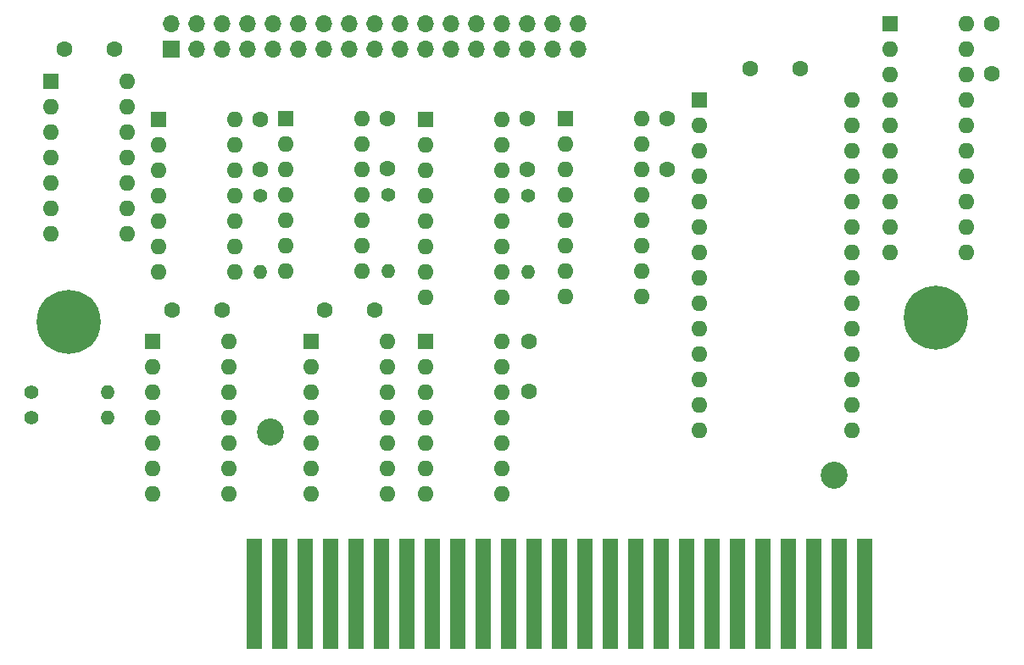
<source format=gbr>
%TF.GenerationSoftware,KiCad,Pcbnew,7.0.9*%
%TF.CreationDate,2024-01-19T22:05:45-03:00*%
%TF.ProjectId,HB720-Cart_dos2,48423732-302d-4436-9172-745f646f7332,V1.0.0*%
%TF.SameCoordinates,Original*%
%TF.FileFunction,Soldermask,Bot*%
%TF.FilePolarity,Negative*%
%FSLAX46Y46*%
G04 Gerber Fmt 4.6, Leading zero omitted, Abs format (unit mm)*
G04 Created by KiCad (PCBNEW 7.0.9) date 2024-01-19 22:05:45*
%MOMM*%
%LPD*%
G01*
G04 APERTURE LIST*
%ADD10R,1.500000X11.000000*%
%ADD11C,1.600000*%
%ADD12R,1.600000X1.600000*%
%ADD13O,1.600000X1.600000*%
%ADD14C,1.400000*%
%ADD15O,1.400000X1.400000*%
%ADD16C,2.700000*%
%ADD17R,1.700000X1.700000*%
%ADD18O,1.700000X1.700000*%
%ADD19C,6.400000*%
G04 APERTURE END LIST*
D10*
%TO.C,P1*%
X182956200Y-126212600D03*
X180416200Y-126212600D03*
X177876200Y-126212600D03*
X175336200Y-126212600D03*
X172796200Y-126212600D03*
X170256200Y-126212600D03*
X167716200Y-126212600D03*
X165176200Y-126212600D03*
X162636200Y-126212600D03*
X160096200Y-126212600D03*
X157556200Y-126212600D03*
X155016200Y-126212600D03*
X152476200Y-126212600D03*
X149936200Y-126212600D03*
X147396200Y-126212600D03*
X144856200Y-126212600D03*
X142316200Y-126212600D03*
X139776200Y-126212600D03*
X137236200Y-126212600D03*
X134696200Y-126212600D03*
X132156200Y-126212600D03*
X129616200Y-126212600D03*
X127076200Y-126212600D03*
X124536200Y-126212600D03*
X121996200Y-126212600D03*
%TD*%
D11*
%TO.C,C7*%
X176500800Y-73660000D03*
X171500800Y-73660000D03*
%TD*%
D12*
%TO.C,U7*%
X166420800Y-76835000D03*
D13*
X166420800Y-79375000D03*
X166420800Y-81915000D03*
X166420800Y-84455000D03*
X166420800Y-86995000D03*
X166420800Y-89535000D03*
X166420800Y-92075000D03*
X166420800Y-94615000D03*
X166420800Y-97155000D03*
X166420800Y-99695000D03*
X166420800Y-102235000D03*
X166420800Y-104775000D03*
X166420800Y-107315000D03*
X166420800Y-109855000D03*
X181660800Y-109855000D03*
X181660800Y-107315000D03*
X181660800Y-104775000D03*
X181660800Y-102235000D03*
X181660800Y-99695000D03*
X181660800Y-97155000D03*
X181660800Y-94615000D03*
X181660800Y-92075000D03*
X181660800Y-89535000D03*
X181660800Y-86995000D03*
X181660800Y-84455000D03*
X181660800Y-81915000D03*
X181660800Y-79375000D03*
X181660800Y-76835000D03*
%TD*%
D14*
%TO.C,R4*%
X99714100Y-106045000D03*
D15*
X107334100Y-106045000D03*
%TD*%
D14*
%TO.C,R1*%
X122605800Y-86360000D03*
D15*
X122605800Y-93980000D03*
%TD*%
D12*
%TO.C,U4*%
X125145800Y-78714600D03*
D13*
X125145800Y-81254600D03*
X125145800Y-83794600D03*
X125145800Y-86334600D03*
X125145800Y-88874600D03*
X125145800Y-91414600D03*
X125145800Y-93954600D03*
X132765800Y-93954600D03*
X132765800Y-91414600D03*
X132765800Y-88874600D03*
X132765800Y-86334600D03*
X132765800Y-83794600D03*
X132765800Y-81254600D03*
X132765800Y-78714600D03*
%TD*%
D11*
%TO.C,C8*%
X118795800Y-97790000D03*
X113795800Y-97790000D03*
%TD*%
D12*
%TO.C,U10*%
X139115800Y-100965000D03*
D13*
X139115800Y-103505000D03*
X139115800Y-106045000D03*
X139115800Y-108585000D03*
X139115800Y-111125000D03*
X139115800Y-113665000D03*
X139115800Y-116205000D03*
X146735800Y-116205000D03*
X146735800Y-113665000D03*
X146735800Y-111125000D03*
X146735800Y-108585000D03*
X146735800Y-106045000D03*
X146735800Y-103505000D03*
X146735800Y-100965000D03*
%TD*%
D11*
%TO.C,C10*%
X149402800Y-100965000D03*
X149402800Y-105965000D03*
%TD*%
D14*
%TO.C,R3*%
X149301200Y-86360000D03*
D15*
X149301200Y-93980000D03*
%TD*%
D16*
%TO.C,HOLE3*%
X179876500Y-114344400D03*
%TD*%
D14*
%TO.C,R5*%
X99720400Y-108585000D03*
D15*
X107340400Y-108585000D03*
%TD*%
D12*
%TO.C,U1*%
X101650800Y-74930000D03*
D13*
X101650800Y-77470000D03*
X101650800Y-80010000D03*
X101650800Y-82550000D03*
X101650800Y-85090000D03*
X101650800Y-87630000D03*
X101650800Y-90170000D03*
X109270800Y-90170000D03*
X109270800Y-87630000D03*
X109270800Y-85090000D03*
X109270800Y-82550000D03*
X109270800Y-80010000D03*
X109270800Y-77470000D03*
X109270800Y-74930000D03*
%TD*%
D12*
%TO.C,U9*%
X127685800Y-100965000D03*
D13*
X127685800Y-103505000D03*
X127685800Y-106045000D03*
X127685800Y-108585000D03*
X127685800Y-111125000D03*
X127685800Y-113665000D03*
X127685800Y-116205000D03*
X135305800Y-116205000D03*
X135305800Y-113665000D03*
X135305800Y-111125000D03*
X135305800Y-108585000D03*
X135305800Y-106045000D03*
X135305800Y-103505000D03*
X135305800Y-100965000D03*
%TD*%
D11*
%TO.C,C5*%
X149275800Y-78729200D03*
X149275800Y-83729200D03*
%TD*%
%TO.C,C1*%
X108000800Y-71755000D03*
X103000800Y-71755000D03*
%TD*%
D12*
%TO.C,U2*%
X185470800Y-69215000D03*
D13*
X185470800Y-71755000D03*
X185470800Y-74295000D03*
X185470800Y-76835000D03*
X185470800Y-79375000D03*
X185470800Y-81915000D03*
X185470800Y-84455000D03*
X185470800Y-86995000D03*
X185470800Y-89535000D03*
X185470800Y-92075000D03*
X193090800Y-92075000D03*
X193090800Y-89535000D03*
X193090800Y-86995000D03*
X193090800Y-84455000D03*
X193090800Y-81915000D03*
X193090800Y-79375000D03*
X193090800Y-76835000D03*
X193090800Y-74295000D03*
X193090800Y-71755000D03*
X193090800Y-69215000D03*
%TD*%
D14*
%TO.C,R2*%
X135325800Y-86345000D03*
D15*
X135325800Y-93965000D03*
%TD*%
D17*
%TO.C,J1*%
X113715800Y-71755000D03*
D18*
X113715800Y-69215000D03*
X116255800Y-71755000D03*
X116255800Y-69215000D03*
X118795800Y-71755000D03*
X118795800Y-69215000D03*
X121335800Y-71755000D03*
X121335800Y-69215000D03*
X123875800Y-71755000D03*
X123875800Y-69215000D03*
X126415800Y-71755000D03*
X126415800Y-69215000D03*
X128955800Y-71755000D03*
X128955800Y-69215000D03*
X131495800Y-71755000D03*
X131495800Y-69215000D03*
X134035800Y-71755000D03*
X134035800Y-69215000D03*
X136575800Y-71755000D03*
X136575800Y-69215000D03*
X139115800Y-71755000D03*
X139115800Y-69215000D03*
X141655800Y-71755000D03*
X141655800Y-69215000D03*
X144195800Y-71755000D03*
X144195800Y-69215000D03*
X146735800Y-71755000D03*
X146735800Y-69215000D03*
X149275800Y-71755000D03*
X149275800Y-69215000D03*
X151815800Y-71755000D03*
X151815800Y-69215000D03*
X154355800Y-71755000D03*
X154355800Y-69215000D03*
%TD*%
D12*
%TO.C,U3*%
X112445800Y-78740000D03*
D13*
X112445800Y-81280000D03*
X112445800Y-83820000D03*
X112445800Y-86360000D03*
X112445800Y-88900000D03*
X112445800Y-91440000D03*
X112445800Y-93980000D03*
X120065800Y-93980000D03*
X120065800Y-91440000D03*
X120065800Y-88900000D03*
X120065800Y-86360000D03*
X120065800Y-83820000D03*
X120065800Y-81280000D03*
X120065800Y-78740000D03*
%TD*%
D12*
%TO.C,U6*%
X153085800Y-78714600D03*
D13*
X153085800Y-81254600D03*
X153085800Y-83794600D03*
X153085800Y-86334600D03*
X153085800Y-88874600D03*
X153085800Y-91414600D03*
X153085800Y-93954600D03*
X153085800Y-96494600D03*
X160705800Y-96494600D03*
X160705800Y-93954600D03*
X160705800Y-91414600D03*
X160705800Y-88874600D03*
X160705800Y-86334600D03*
X160705800Y-83794600D03*
X160705800Y-81254600D03*
X160705800Y-78714600D03*
%TD*%
D11*
%TO.C,C6*%
X163245800Y-78729200D03*
X163245800Y-83729200D03*
%TD*%
%TO.C,C2*%
X195630800Y-69215000D03*
X195630800Y-74215000D03*
%TD*%
D12*
%TO.C,U8*%
X111810800Y-100965000D03*
D13*
X111810800Y-103505000D03*
X111810800Y-106045000D03*
X111810800Y-108585000D03*
X111810800Y-111125000D03*
X111810800Y-113665000D03*
X111810800Y-116205000D03*
X119430800Y-116205000D03*
X119430800Y-113665000D03*
X119430800Y-111125000D03*
X119430800Y-108585000D03*
X119430800Y-106045000D03*
X119430800Y-103505000D03*
X119430800Y-100965000D03*
%TD*%
D16*
%TO.C,HOLE2*%
X123621800Y-109985000D03*
%TD*%
D11*
%TO.C,C4*%
X135300800Y-78705000D03*
X135300800Y-83705000D03*
%TD*%
D19*
%TO.C,HOLE1*%
X103454200Y-99009200D03*
%TD*%
D11*
%TO.C,C3*%
X122605800Y-78740000D03*
X122605800Y-83740000D03*
%TD*%
D12*
%TO.C,U5*%
X139111800Y-78740000D03*
D13*
X139111800Y-81280000D03*
X139111800Y-83820000D03*
X139111800Y-86360000D03*
X139111800Y-88900000D03*
X139111800Y-91440000D03*
X139111800Y-93980000D03*
X139111800Y-96520000D03*
X146731800Y-96520000D03*
X146731800Y-93980000D03*
X146731800Y-91440000D03*
X146731800Y-88900000D03*
X146731800Y-86360000D03*
X146731800Y-83820000D03*
X146731800Y-81280000D03*
X146731800Y-78740000D03*
%TD*%
D11*
%TO.C,C9*%
X134035800Y-97790000D03*
X129035800Y-97790000D03*
%TD*%
D19*
%TO.C,HOLE4*%
X190036500Y-98621800D03*
%TD*%
M02*

</source>
